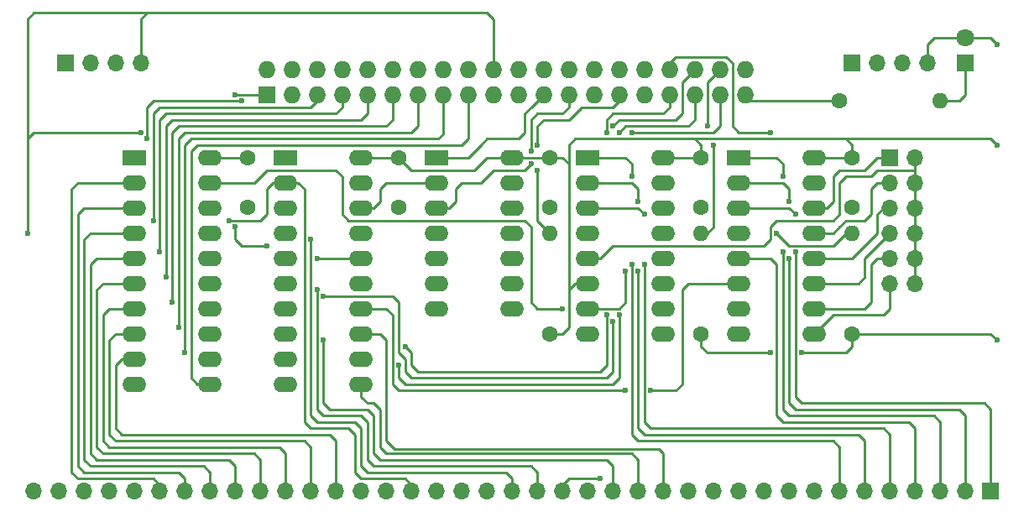
<source format=gtl>
G04 #@! TF.FileFunction,Copper,L1,Top,Signal*
%FSLAX46Y46*%
G04 Gerber Fmt 4.6, Leading zero omitted, Abs format (unit mm)*
G04 Created by KiCad (PCBNEW 4.0.7) date 01/25/20 16:01:31*
%MOMM*%
%LPD*%
G01*
G04 APERTURE LIST*
%ADD10C,0.100000*%
%ADD11R,1.700000X1.700000*%
%ADD12O,1.700000X1.700000*%
%ADD13C,1.600000*%
%ADD14O,1.600000X1.600000*%
%ADD15R,2.400000X1.600000*%
%ADD16O,2.400000X1.600000*%
%ADD17R,1.727200X1.727200*%
%ADD18O,1.727200X1.727200*%
%ADD19R,1.800000X1.800000*%
%ADD20C,1.800000*%
%ADD21C,0.600000*%
%ADD22C,0.250000*%
G04 APERTURE END LIST*
D10*
D11*
X193040000Y-147320000D03*
D12*
X190500000Y-147320000D03*
X187960000Y-147320000D03*
X185420000Y-147320000D03*
X182880000Y-147320000D03*
X180340000Y-147320000D03*
X177800000Y-147320000D03*
X175260000Y-147320000D03*
X172720000Y-147320000D03*
X170180000Y-147320000D03*
X167640000Y-147320000D03*
X165100000Y-147320000D03*
X162560000Y-147320000D03*
X160020000Y-147320000D03*
X157480000Y-147320000D03*
X154940000Y-147320000D03*
X152400000Y-147320000D03*
X149860000Y-147320000D03*
X147320000Y-147320000D03*
X144780000Y-147320000D03*
X142240000Y-147320000D03*
X139700000Y-147320000D03*
X137160000Y-147320000D03*
X134620000Y-147320000D03*
X132080000Y-147320000D03*
X129540000Y-147320000D03*
X127000000Y-147320000D03*
X124460000Y-147320000D03*
X121920000Y-147320000D03*
X119380000Y-147320000D03*
X116840000Y-147320000D03*
X114300000Y-147320000D03*
X111760000Y-147320000D03*
X109220000Y-147320000D03*
X106680000Y-147320000D03*
X104140000Y-147320000D03*
X101600000Y-147320000D03*
X99060000Y-147320000D03*
X96520000Y-147320000D03*
D11*
X182880000Y-113665000D03*
D12*
X185420000Y-113665000D03*
X182880000Y-116205000D03*
X185420000Y-116205000D03*
X182880000Y-118745000D03*
X185420000Y-118745000D03*
X182880000Y-121285000D03*
X185420000Y-121285000D03*
X182880000Y-123825000D03*
X185420000Y-123825000D03*
X182880000Y-126365000D03*
X185420000Y-126365000D03*
D13*
X148590000Y-113665000D03*
X148590000Y-118665000D03*
X179070000Y-113665000D03*
X179070000Y-118665000D03*
X118110000Y-113665000D03*
X118110000Y-118665000D03*
X148590000Y-131445000D03*
D14*
X148590000Y-121285000D03*
D13*
X179070000Y-131445000D03*
D14*
X179070000Y-121285000D03*
D13*
X163830000Y-131445000D03*
D14*
X163830000Y-121285000D03*
D13*
X177800000Y-107950000D03*
D14*
X187960000Y-107950000D03*
D15*
X137160000Y-113665000D03*
D16*
X144780000Y-128905000D03*
X137160000Y-116205000D03*
X144780000Y-126365000D03*
X137160000Y-118745000D03*
X144780000Y-123825000D03*
X137160000Y-121285000D03*
X144780000Y-121285000D03*
X137160000Y-123825000D03*
X144780000Y-118745000D03*
X137160000Y-126365000D03*
X144780000Y-116205000D03*
X137160000Y-128905000D03*
X144780000Y-113665000D03*
D17*
X120015000Y-107315000D03*
D18*
X120015000Y-104775000D03*
X122555000Y-107315000D03*
X122555000Y-104775000D03*
X125095000Y-107315000D03*
X125095000Y-104775000D03*
X127635000Y-107315000D03*
X127635000Y-104775000D03*
X130175000Y-107315000D03*
X130175000Y-104775000D03*
X132715000Y-107315000D03*
X132715000Y-104775000D03*
X135255000Y-107315000D03*
X135255000Y-104775000D03*
X137795000Y-107315000D03*
X137795000Y-104775000D03*
X140335000Y-107315000D03*
X140335000Y-104775000D03*
X142875000Y-107315000D03*
X142875000Y-104775000D03*
X145415000Y-107315000D03*
X145415000Y-104775000D03*
X147955000Y-107315000D03*
X147955000Y-104775000D03*
X150495000Y-107315000D03*
X150495000Y-104775000D03*
X153035000Y-107315000D03*
X153035000Y-104775000D03*
X155575000Y-107315000D03*
X155575000Y-104775000D03*
X158115000Y-107315000D03*
X158115000Y-104775000D03*
X160655000Y-107315000D03*
X160655000Y-104775000D03*
X163195000Y-107315000D03*
X163195000Y-104775000D03*
X165735000Y-107315000D03*
X165735000Y-104775000D03*
X168275000Y-107315000D03*
X168275000Y-104775000D03*
D11*
X99695000Y-104140000D03*
D12*
X102235000Y-104140000D03*
X104775000Y-104140000D03*
X107315000Y-104140000D03*
D11*
X179070000Y-104140000D03*
D12*
X181610000Y-104140000D03*
X184150000Y-104140000D03*
X186690000Y-104140000D03*
D19*
X190500000Y-104140000D03*
D20*
X190500000Y-101600000D03*
D13*
X163830000Y-113665000D03*
X163830000Y-118665000D03*
X133350000Y-113665000D03*
X133350000Y-118665000D03*
D15*
X106680000Y-113665000D03*
D16*
X114300000Y-136525000D03*
X106680000Y-116205000D03*
X114300000Y-133985000D03*
X106680000Y-118745000D03*
X114300000Y-131445000D03*
X106680000Y-121285000D03*
X114300000Y-128905000D03*
X106680000Y-123825000D03*
X114300000Y-126365000D03*
X106680000Y-126365000D03*
X114300000Y-123825000D03*
X106680000Y-128905000D03*
X114300000Y-121285000D03*
X106680000Y-131445000D03*
X114300000Y-118745000D03*
X106680000Y-133985000D03*
X114300000Y-116205000D03*
X106680000Y-136525000D03*
X114300000Y-113665000D03*
D15*
X121920000Y-113665000D03*
D16*
X129540000Y-136525000D03*
X121920000Y-116205000D03*
X129540000Y-133985000D03*
X121920000Y-118745000D03*
X129540000Y-131445000D03*
X121920000Y-121285000D03*
X129540000Y-128905000D03*
X121920000Y-123825000D03*
X129540000Y-126365000D03*
X121920000Y-126365000D03*
X129540000Y-123825000D03*
X121920000Y-128905000D03*
X129540000Y-121285000D03*
X121920000Y-131445000D03*
X129540000Y-118745000D03*
X121920000Y-133985000D03*
X129540000Y-116205000D03*
X121920000Y-136525000D03*
X129540000Y-113665000D03*
D15*
X167640000Y-113665000D03*
D16*
X175260000Y-131445000D03*
X167640000Y-116205000D03*
X175260000Y-128905000D03*
X167640000Y-118745000D03*
X175260000Y-126365000D03*
X167640000Y-121285000D03*
X175260000Y-123825000D03*
X167640000Y-123825000D03*
X175260000Y-121285000D03*
X167640000Y-126365000D03*
X175260000Y-118745000D03*
X167640000Y-128905000D03*
X175260000Y-116205000D03*
X167640000Y-131445000D03*
X175260000Y-113665000D03*
D15*
X152400000Y-113665000D03*
D16*
X160020000Y-131445000D03*
X152400000Y-116205000D03*
X160020000Y-128905000D03*
X152400000Y-118745000D03*
X160020000Y-126365000D03*
X152400000Y-121285000D03*
X160020000Y-123825000D03*
X152400000Y-123825000D03*
X160020000Y-121285000D03*
X152400000Y-126365000D03*
X160020000Y-118745000D03*
X152400000Y-128905000D03*
X160020000Y-116205000D03*
X152400000Y-131445000D03*
X160020000Y-113665000D03*
D21*
X173990000Y-133350000D03*
X170815000Y-133350000D03*
X193675000Y-132080000D03*
X107315000Y-111125000D03*
X193675000Y-112395000D03*
X153670000Y-146050000D03*
X193675000Y-102235000D03*
X95885000Y-121285000D03*
X173355000Y-119380000D03*
X173355000Y-123190000D03*
X172720000Y-118110000D03*
X172720000Y-123825000D03*
X172085000Y-115570000D03*
X172085000Y-123190000D03*
X158115000Y-124460000D03*
X158115000Y-119380000D03*
X157480000Y-118110000D03*
X157480000Y-125095000D03*
X156845000Y-115570000D03*
X156845000Y-124460000D03*
X154305000Y-129540000D03*
X154305000Y-111125000D03*
X133985000Y-132715000D03*
X155575000Y-111125000D03*
X155575000Y-129540000D03*
X133350000Y-134620000D03*
X156210000Y-137160000D03*
X158750000Y-137160000D03*
X111760000Y-133350000D03*
X111125000Y-130810000D03*
X110490000Y-128270000D03*
X109855000Y-125730000D03*
X109220000Y-123190000D03*
X108585000Y-120015000D03*
X117475000Y-107950000D03*
X107950000Y-111760000D03*
X125095000Y-123825000D03*
X116840000Y-107315000D03*
X116840000Y-120650000D03*
X120015000Y-122555000D03*
X147320000Y-112395000D03*
X147320000Y-114935000D03*
X154940000Y-110490000D03*
X154940000Y-130175000D03*
X125730000Y-127635000D03*
X146685000Y-114300000D03*
X146685000Y-113030000D03*
X170815000Y-111125000D03*
X171450000Y-121285000D03*
X149860000Y-128905000D03*
X156845000Y-111125000D03*
X156210000Y-125095000D03*
X165100000Y-112395000D03*
X164465000Y-110490000D03*
X125730000Y-132080000D03*
X125095000Y-127000000D03*
X124460000Y-121920000D03*
X116205000Y-120015000D03*
D22*
X163830000Y-131445000D02*
X163830000Y-132715000D01*
X179070000Y-132715000D02*
X179070000Y-131445000D01*
X178435000Y-133350000D02*
X179070000Y-132715000D01*
X173990000Y-133350000D02*
X178435000Y-133350000D01*
X164465000Y-133350000D02*
X170815000Y-133350000D01*
X163830000Y-132715000D02*
X164465000Y-133350000D01*
X179070000Y-131445000D02*
X193040000Y-131445000D01*
X193040000Y-131445000D02*
X193675000Y-132080000D01*
X142875000Y-101600000D02*
X142875000Y-99695000D01*
X142875000Y-99695000D02*
X142240000Y-99060000D01*
X144780000Y-113665000D02*
X142240000Y-113665000D01*
X142240000Y-113665000D02*
X140970000Y-114935000D01*
X96520000Y-111125000D02*
X95885000Y-111760000D01*
X107315000Y-111125000D02*
X96520000Y-111125000D01*
X144780000Y-113665000D02*
X144145000Y-113665000D01*
X134620000Y-114935000D02*
X133350000Y-113665000D01*
X140970000Y-114935000D02*
X134620000Y-114935000D01*
X185420000Y-111760000D02*
X193040000Y-111760000D01*
X193040000Y-111760000D02*
X193675000Y-112395000D01*
X150495000Y-127000000D02*
X150495000Y-130810000D01*
X149860000Y-131445000D02*
X148590000Y-131445000D01*
X150495000Y-130810000D02*
X149860000Y-131445000D01*
X149860000Y-147320000D02*
X149860000Y-146685000D01*
X149860000Y-146685000D02*
X150495000Y-146050000D01*
X150495000Y-146050000D02*
X153670000Y-146050000D01*
X193040000Y-101600000D02*
X190500000Y-101600000D01*
X193675000Y-102235000D02*
X193040000Y-101600000D01*
X107950000Y-99060000D02*
X96520000Y-99060000D01*
X95885000Y-99695000D02*
X95885000Y-107315000D01*
X96520000Y-99060000D02*
X95885000Y-99695000D01*
X95885000Y-107315000D02*
X95885000Y-111760000D01*
X95885000Y-111760000D02*
X95885000Y-121285000D01*
X129540000Y-113665000D02*
X133350000Y-113665000D01*
X114300000Y-113665000D02*
X118110000Y-113665000D01*
X142875000Y-101600000D02*
X142875000Y-104775000D01*
X107950000Y-99060000D02*
X107315000Y-99695000D01*
X142240000Y-99060000D02*
X107950000Y-99060000D01*
X107315000Y-104140000D02*
X107315000Y-99695000D01*
X149860000Y-146685000D02*
X149860000Y-147320000D01*
X178435000Y-111760000D02*
X185420000Y-111760000D01*
X186690000Y-104140000D02*
X186690000Y-102235000D01*
X186690000Y-102235000D02*
X187325000Y-101600000D01*
X187325000Y-101600000D02*
X190500000Y-101600000D01*
X148590000Y-113665000D02*
X144780000Y-113665000D01*
X148590000Y-113665000D02*
X149860000Y-113665000D01*
X149860000Y-113665000D02*
X150495000Y-114300000D01*
X150495000Y-127000000D02*
X150495000Y-114300000D01*
X150495000Y-114300000D02*
X150495000Y-112395000D01*
X151130000Y-111760000D02*
X163195000Y-111760000D01*
X150495000Y-112395000D02*
X151130000Y-111760000D01*
X150495000Y-127000000D02*
X151130000Y-126365000D01*
X148590000Y-113665000D02*
X149225000Y-113665000D01*
X163830000Y-112395000D02*
X163195000Y-111760000D01*
X163830000Y-113665000D02*
X163830000Y-112395000D01*
X178435000Y-111760000D02*
X179070000Y-112395000D01*
X179070000Y-113665000D02*
X179070000Y-112395000D01*
X163830000Y-111760000D02*
X164465000Y-111760000D01*
X164465000Y-111760000D02*
X178435000Y-111760000D01*
X163195000Y-111760000D02*
X163830000Y-111760000D01*
X151130000Y-126365000D02*
X152400000Y-126365000D01*
X175260000Y-113665000D02*
X179070000Y-113665000D01*
X160020000Y-113665000D02*
X163830000Y-113665000D01*
X174625000Y-138430000D02*
X173990000Y-138430000D01*
X173355000Y-119380000D02*
X172720000Y-118745000D01*
X167640000Y-118745000D02*
X172720000Y-118745000D01*
X173355000Y-137795000D02*
X173355000Y-123190000D01*
X173990000Y-138430000D02*
X173355000Y-137795000D01*
X193040000Y-139700000D02*
X193040000Y-139065000D01*
X192405000Y-138430000D02*
X174625000Y-138430000D01*
X193040000Y-139065000D02*
X192405000Y-138430000D01*
X193040000Y-139700000D02*
X193040000Y-147320000D01*
X172085000Y-116205000D02*
X172720000Y-116840000D01*
X167640000Y-116205000D02*
X172085000Y-116205000D01*
X172720000Y-116840000D02*
X172720000Y-118110000D01*
X190500000Y-139700000D02*
X190500000Y-140335000D01*
X189865000Y-139065000D02*
X190500000Y-139700000D01*
X173990000Y-139065000D02*
X189865000Y-139065000D01*
X190500000Y-140335000D02*
X190500000Y-147320000D01*
X173990000Y-139065000D02*
X173355000Y-139065000D01*
X172720000Y-138430000D02*
X173355000Y-139065000D01*
X172720000Y-123825000D02*
X172720000Y-138430000D01*
X172085000Y-114300000D02*
X171450000Y-113665000D01*
X172085000Y-115570000D02*
X172085000Y-114300000D01*
X187960000Y-140970000D02*
X187960000Y-140335000D01*
X187325000Y-139700000D02*
X173355000Y-139700000D01*
X187960000Y-140335000D02*
X187325000Y-139700000D01*
X167640000Y-113665000D02*
X171450000Y-113665000D01*
X187960000Y-140970000D02*
X187960000Y-147320000D01*
X173355000Y-139700000D02*
X172720000Y-139700000D01*
X172720000Y-139700000D02*
X172085000Y-139065000D01*
X172085000Y-139065000D02*
X172085000Y-123190000D01*
X170815000Y-123825000D02*
X171450000Y-124460000D01*
X172085000Y-140335000D02*
X172720000Y-140335000D01*
X171450000Y-139700000D02*
X172085000Y-140335000D01*
X171450000Y-124460000D02*
X171450000Y-139700000D01*
X185420000Y-147320000D02*
X185420000Y-141605000D01*
X172720000Y-140335000D02*
X184785000Y-140335000D01*
X184785000Y-140335000D02*
X185420000Y-140970000D01*
X185420000Y-140970000D02*
X185420000Y-141605000D01*
X170815000Y-123825000D02*
X167640000Y-123825000D01*
X157480000Y-118745000D02*
X158115000Y-119380000D01*
X152400000Y-118745000D02*
X157480000Y-118745000D01*
X158115000Y-140335000D02*
X158115000Y-124460000D01*
X182880000Y-142240000D02*
X182880000Y-147320000D01*
X182880000Y-141605000D02*
X182245000Y-140970000D01*
X182245000Y-140970000D02*
X158750000Y-140970000D01*
X158750000Y-140970000D02*
X158115000Y-140335000D01*
X182880000Y-142240000D02*
X182880000Y-141605000D01*
X157480000Y-140970000D02*
X158115000Y-141605000D01*
X180340000Y-142240000D02*
X180340000Y-147320000D01*
X179705000Y-141605000D02*
X180340000Y-142240000D01*
X158115000Y-141605000D02*
X179705000Y-141605000D01*
X157480000Y-125095000D02*
X157480000Y-140970000D01*
X152400000Y-116205000D02*
X156845000Y-116205000D01*
X157480000Y-116840000D02*
X157480000Y-118110000D01*
X156845000Y-116205000D02*
X157480000Y-116840000D01*
X156845000Y-124460000D02*
X156845000Y-141605000D01*
X152400000Y-113665000D02*
X156210000Y-113665000D01*
X156845000Y-114300000D02*
X156845000Y-115570000D01*
X156210000Y-113665000D02*
X156845000Y-114300000D01*
X177800000Y-142875000D02*
X177800000Y-147320000D01*
X177165000Y-142240000D02*
X177800000Y-142875000D01*
X157480000Y-142240000D02*
X177165000Y-142240000D01*
X156845000Y-141605000D02*
X157480000Y-142240000D01*
X134620000Y-133985000D02*
X134620000Y-133350000D01*
X154305000Y-134620000D02*
X153670000Y-135255000D01*
X153670000Y-135255000D02*
X135255000Y-135255000D01*
X135255000Y-135255000D02*
X134620000Y-134620000D01*
X134620000Y-134620000D02*
X134620000Y-133985000D01*
X154305000Y-109855000D02*
X154305000Y-111125000D01*
X160655000Y-108585000D02*
X160020000Y-109220000D01*
X160020000Y-109220000D02*
X154940000Y-109220000D01*
X154940000Y-109220000D02*
X154305000Y-109855000D01*
X160655000Y-107315000D02*
X160655000Y-108585000D01*
X154305000Y-129540000D02*
X154305000Y-134620000D01*
X134620000Y-133350000D02*
X133985000Y-132715000D01*
X155575000Y-129540000D02*
X155575000Y-135890000D01*
X163195000Y-109855000D02*
X162560000Y-110490000D01*
X162560000Y-110490000D02*
X156210000Y-110490000D01*
X156210000Y-110490000D02*
X155575000Y-111125000D01*
X163195000Y-107315000D02*
X163195000Y-109855000D01*
X133350000Y-135890000D02*
X133350000Y-134620000D01*
X133985000Y-136525000D02*
X133350000Y-135890000D01*
X154940000Y-136525000D02*
X133985000Y-136525000D01*
X155575000Y-135890000D02*
X154940000Y-136525000D01*
X167640000Y-126365000D02*
X162560000Y-126365000D01*
X132080000Y-128905000D02*
X129540000Y-128905000D01*
X132715000Y-129540000D02*
X132080000Y-128905000D01*
X132715000Y-136525000D02*
X132715000Y-129540000D01*
X133350000Y-137160000D02*
X132715000Y-136525000D01*
X156210000Y-137160000D02*
X133350000Y-137160000D01*
X161290000Y-137160000D02*
X158750000Y-137160000D01*
X161925000Y-136525000D02*
X161290000Y-137160000D01*
X161925000Y-127000000D02*
X161925000Y-136525000D01*
X162560000Y-126365000D02*
X161925000Y-127000000D01*
X140335000Y-111125000D02*
X140335000Y-111760000D01*
X113030000Y-112395000D02*
X112395000Y-113030000D01*
X139700000Y-112395000D02*
X113030000Y-112395000D01*
X140335000Y-111760000D02*
X139700000Y-112395000D01*
X113030000Y-136525000D02*
X112395000Y-135890000D01*
X114300000Y-136525000D02*
X113030000Y-136525000D01*
X112395000Y-135890000D02*
X112395000Y-113030000D01*
X140335000Y-111125000D02*
X140335000Y-107315000D01*
X137795000Y-107315000D02*
X137795000Y-111309998D01*
X111760000Y-112395000D02*
X111760000Y-133350000D01*
X112395000Y-111760000D02*
X111760000Y-112395000D01*
X137344998Y-111760000D02*
X112395000Y-111760000D01*
X137795000Y-111309998D02*
X137344998Y-111760000D01*
X135255000Y-110490000D02*
X135255000Y-107315000D01*
X134620000Y-111125000D02*
X135255000Y-110490000D01*
X111760000Y-111125000D02*
X134620000Y-111125000D01*
X111125000Y-111760000D02*
X111760000Y-111125000D01*
X111125000Y-112395000D02*
X111125000Y-111760000D01*
X111125000Y-130810000D02*
X111125000Y-112395000D01*
X132715000Y-107315000D02*
X132715000Y-109855000D01*
X110490000Y-111125000D02*
X110490000Y-128270000D01*
X111125000Y-110490000D02*
X110490000Y-111125000D01*
X132080000Y-110490000D02*
X111125000Y-110490000D01*
X132715000Y-109855000D02*
X132080000Y-110490000D01*
X130175000Y-109220000D02*
X130175000Y-107315000D01*
X129540000Y-109855000D02*
X130175000Y-109220000D01*
X110490000Y-109855000D02*
X129540000Y-109855000D01*
X109855000Y-110490000D02*
X110490000Y-109855000D01*
X109855000Y-111125000D02*
X109855000Y-110490000D01*
X109855000Y-125730000D02*
X109855000Y-111125000D01*
X110490000Y-109220000D02*
X109855000Y-109220000D01*
X127635000Y-108585000D02*
X127000000Y-109220000D01*
X127000000Y-109220000D02*
X110490000Y-109220000D01*
X127635000Y-107315000D02*
X127635000Y-108585000D01*
X109220000Y-109855000D02*
X109220000Y-123190000D01*
X109855000Y-109220000D02*
X109220000Y-109855000D01*
X124460000Y-108585000D02*
X113030000Y-108585000D01*
X124460000Y-108585000D02*
X125095000Y-107950000D01*
X109220000Y-108585000D02*
X113030000Y-108585000D01*
X108585000Y-109220000D02*
X109220000Y-108585000D01*
X108585000Y-120015000D02*
X108585000Y-109220000D01*
X125095000Y-107315000D02*
X125095000Y-107950000D01*
X116840000Y-107950000D02*
X117475000Y-107950000D01*
X107950000Y-111760000D02*
X107950000Y-111125000D01*
X111125000Y-107950000D02*
X108585000Y-107950000D01*
X116840000Y-107950000D02*
X111125000Y-107950000D01*
X107950000Y-108585000D02*
X107950000Y-111125000D01*
X108585000Y-107950000D02*
X107950000Y-108585000D01*
X154305000Y-123190000D02*
X154940000Y-122555000D01*
X170815000Y-120650000D02*
X171450000Y-120015000D01*
X170815000Y-121920000D02*
X170815000Y-120650000D01*
X170180000Y-122555000D02*
X170815000Y-121920000D01*
X154940000Y-122555000D02*
X170180000Y-122555000D01*
X176530000Y-120015000D02*
X177165000Y-120015000D01*
X177165000Y-120015000D02*
X177800000Y-119380000D01*
X177800000Y-119380000D02*
X177800000Y-116205000D01*
X177800000Y-116205000D02*
X178435000Y-115570000D01*
X178435000Y-115570000D02*
X180975000Y-115570000D01*
X180975000Y-115570000D02*
X181610000Y-114935000D01*
X181610000Y-114935000D02*
X185420000Y-114935000D01*
X176530000Y-120015000D02*
X171450000Y-120015000D01*
X153670000Y-123825000D02*
X154305000Y-123190000D01*
X152400000Y-123825000D02*
X153670000Y-123825000D01*
X185420000Y-123825000D02*
X185420000Y-126365000D01*
X185420000Y-121285000D02*
X185420000Y-123825000D01*
X185420000Y-118745000D02*
X185420000Y-120015000D01*
X185420000Y-120015000D02*
X185420000Y-121285000D01*
X185420000Y-116205000D02*
X185420000Y-117475000D01*
X185420000Y-117475000D02*
X185420000Y-118745000D01*
X185420000Y-113665000D02*
X185420000Y-114935000D01*
X185420000Y-114935000D02*
X185420000Y-116205000D01*
X129540000Y-123825000D02*
X125095000Y-123825000D01*
X120015000Y-107315000D02*
X116840000Y-107315000D01*
X116840000Y-120650000D02*
X116840000Y-121920000D01*
X116840000Y-121920000D02*
X117475000Y-122555000D01*
X117475000Y-122555000D02*
X120015000Y-122555000D01*
X128905000Y-123825000D02*
X129540000Y-123825000D01*
X155575000Y-107315000D02*
X155575000Y-107950000D01*
X155575000Y-107950000D02*
X154940000Y-108585000D01*
X154940000Y-108585000D02*
X151765000Y-108585000D01*
X151765000Y-108585000D02*
X150495000Y-109855000D01*
X150495000Y-109855000D02*
X147955000Y-109855000D01*
X147955000Y-109855000D02*
X147320000Y-110490000D01*
X147320000Y-110490000D02*
X147320000Y-112395000D01*
X147320000Y-114935000D02*
X147320000Y-120015000D01*
X147320000Y-120015000D02*
X148590000Y-121285000D01*
X133985000Y-133985000D02*
X133350000Y-133350000D01*
X133350000Y-128270000D02*
X132715000Y-127635000D01*
X133350000Y-133350000D02*
X133350000Y-128270000D01*
X154940000Y-130175000D02*
X154940000Y-135255000D01*
X161925000Y-106045000D02*
X161925000Y-109220000D01*
X161925000Y-109220000D02*
X161290000Y-109855000D01*
X161290000Y-109855000D02*
X155575000Y-109855000D01*
X155575000Y-109855000D02*
X154940000Y-110490000D01*
X163195000Y-104775000D02*
X161925000Y-106045000D01*
X132715000Y-127635000D02*
X125730000Y-127635000D01*
X133985000Y-135255000D02*
X133985000Y-133985000D01*
X134620000Y-135890000D02*
X133985000Y-135255000D01*
X154305000Y-135890000D02*
X134620000Y-135890000D01*
X154940000Y-135255000D02*
X154305000Y-135890000D01*
X141605000Y-112395000D02*
X140335000Y-113665000D01*
X141605000Y-112395000D02*
X142240000Y-111760000D01*
X146685000Y-108585000D02*
X147955000Y-107315000D01*
X146050000Y-109220000D02*
X146685000Y-108585000D01*
X146050000Y-111125000D02*
X146050000Y-109220000D01*
X145415000Y-111760000D02*
X146050000Y-111125000D01*
X142240000Y-111760000D02*
X145415000Y-111760000D01*
X129540000Y-118745000D02*
X130810000Y-118745000D01*
X132080000Y-116205000D02*
X137160000Y-116205000D01*
X131445000Y-116840000D02*
X132080000Y-116205000D01*
X131445000Y-118110000D02*
X131445000Y-116840000D01*
X130810000Y-118745000D02*
X131445000Y-118110000D01*
X140335000Y-113665000D02*
X137160000Y-113665000D01*
X147955000Y-106680000D02*
X147955000Y-107315000D01*
X143510000Y-114935000D02*
X142875000Y-114935000D01*
X139700000Y-116205000D02*
X139065000Y-116840000D01*
X141605000Y-116205000D02*
X139700000Y-116205000D01*
X142875000Y-114935000D02*
X141605000Y-116205000D01*
X146050000Y-114935000D02*
X143510000Y-114935000D01*
X146050000Y-114935000D02*
X146685000Y-114300000D01*
X146685000Y-109855000D02*
X147320000Y-109220000D01*
X150495000Y-108585000D02*
X149860000Y-109220000D01*
X149860000Y-109220000D02*
X147320000Y-109220000D01*
X150495000Y-107315000D02*
X150495000Y-108585000D01*
X146685000Y-113030000D02*
X146685000Y-109855000D01*
X139065000Y-118110000D02*
X139065000Y-116840000D01*
X137160000Y-118745000D02*
X138430000Y-118745000D01*
X138430000Y-118745000D02*
X139065000Y-118110000D01*
X167005000Y-107950000D02*
X167005000Y-110490000D01*
X167640000Y-111125000D02*
X170815000Y-111125000D01*
X167005000Y-110490000D02*
X167640000Y-111125000D01*
X163830000Y-103505000D02*
X166370000Y-103505000D01*
X167005000Y-104140000D02*
X167005000Y-106680000D01*
X166370000Y-103505000D02*
X167005000Y-104140000D01*
X172720000Y-122555000D02*
X171450000Y-121285000D01*
X177165000Y-122555000D02*
X172720000Y-122555000D01*
X178435000Y-121285000D02*
X177165000Y-122555000D01*
X167005000Y-107950000D02*
X167005000Y-106680000D01*
X163830000Y-103505000D02*
X161290000Y-103505000D01*
X161290000Y-103505000D02*
X160655000Y-104140000D01*
X160655000Y-104140000D02*
X160655000Y-104775000D01*
X179070000Y-121285000D02*
X178435000Y-121285000D01*
X146050000Y-120015000D02*
X146685000Y-120650000D01*
X147320000Y-128905000D02*
X149860000Y-128905000D01*
X146685000Y-128270000D02*
X147320000Y-128905000D01*
X146685000Y-120650000D02*
X146685000Y-128270000D01*
X114300000Y-116205000D02*
X118745000Y-116205000D01*
X128270000Y-120015000D02*
X146050000Y-120015000D01*
X127635000Y-119380000D02*
X128270000Y-120015000D01*
X127635000Y-115570000D02*
X127635000Y-119380000D01*
X127000000Y-114935000D02*
X127635000Y-115570000D01*
X120015000Y-114935000D02*
X127000000Y-114935000D01*
X118745000Y-116205000D02*
X120015000Y-114935000D01*
X165735000Y-110490000D02*
X165735000Y-109855000D01*
X165100000Y-111125000D02*
X165735000Y-110490000D01*
X156845000Y-111125000D02*
X165100000Y-111125000D01*
X152400000Y-128905000D02*
X155575000Y-128905000D01*
X165735000Y-109855000D02*
X165735000Y-107315000D01*
X156210000Y-128270000D02*
X156210000Y-125095000D01*
X155575000Y-128905000D02*
X156210000Y-128270000D01*
X163830000Y-121285000D02*
X164465000Y-121285000D01*
X164465000Y-121285000D02*
X165100000Y-120650000D01*
X164465000Y-107950000D02*
X164465000Y-106045000D01*
X165100000Y-120650000D02*
X165100000Y-112395000D01*
X164465000Y-110490000D02*
X164465000Y-107950000D01*
X164465000Y-106045000D02*
X165735000Y-104775000D01*
X168275000Y-107315000D02*
X168910000Y-107950000D01*
X168910000Y-107950000D02*
X177800000Y-107950000D01*
X187960000Y-107950000D02*
X189865000Y-107950000D01*
X190500000Y-107315000D02*
X190500000Y-104140000D01*
X189865000Y-107950000D02*
X190500000Y-107315000D01*
X177165000Y-116205000D02*
X177165000Y-115570000D01*
X177800000Y-114935000D02*
X180340000Y-114935000D01*
X177165000Y-115570000D02*
X177800000Y-114935000D01*
X177165000Y-116205000D02*
X177165000Y-118110000D01*
X180340000Y-114935000D02*
X180975000Y-114300000D01*
X175260000Y-118745000D02*
X176530000Y-118745000D01*
X181610000Y-113665000D02*
X182880000Y-113665000D01*
X180975000Y-114300000D02*
X181610000Y-113665000D01*
X176530000Y-118745000D02*
X177165000Y-118110000D01*
X177800000Y-120650000D02*
X178435000Y-120015000D01*
X180975000Y-116840000D02*
X181610000Y-116205000D01*
X180975000Y-119380000D02*
X180975000Y-116840000D01*
X180340000Y-120015000D02*
X180975000Y-119380000D01*
X178435000Y-120015000D02*
X180340000Y-120015000D01*
X177165000Y-121285000D02*
X176530000Y-121285000D01*
X177800000Y-120650000D02*
X177165000Y-121285000D01*
X175260000Y-121285000D02*
X176530000Y-121285000D01*
X181610000Y-116205000D02*
X182245000Y-116205000D01*
X182245000Y-116205000D02*
X182880000Y-116205000D01*
X178435000Y-123825000D02*
X179070000Y-123825000D01*
X181610000Y-121285000D02*
X181610000Y-120650000D01*
X179070000Y-123825000D02*
X181610000Y-121285000D01*
X181610000Y-120015000D02*
X181610000Y-120650000D01*
X181610000Y-120015000D02*
X181610000Y-119380000D01*
X181610000Y-119380000D02*
X182245000Y-118745000D01*
X175260000Y-123825000D02*
X178435000Y-123825000D01*
X182245000Y-118745000D02*
X182880000Y-118745000D01*
X180340000Y-123825000D02*
X180340000Y-125730000D01*
X179705000Y-126365000D02*
X177800000Y-126365000D01*
X180340000Y-125730000D02*
X179705000Y-126365000D01*
X177165000Y-126365000D02*
X177800000Y-126365000D01*
X175260000Y-126365000D02*
X177165000Y-126365000D01*
X180340000Y-123825000D02*
X182880000Y-121285000D01*
X180975000Y-124460000D02*
X180975000Y-128270000D01*
X180340000Y-128905000D02*
X176530000Y-128905000D01*
X180975000Y-128270000D02*
X180340000Y-128905000D01*
X175260000Y-128905000D02*
X176530000Y-128905000D01*
X180975000Y-124460000D02*
X181610000Y-123825000D01*
X175260000Y-128905000D02*
X175895000Y-128905000D01*
X181610000Y-123825000D02*
X182880000Y-123825000D01*
X177165000Y-129540000D02*
X182245000Y-129540000D01*
X182880000Y-128905000D02*
X182880000Y-126365000D01*
X182245000Y-129540000D02*
X182880000Y-128905000D01*
X177165000Y-129540000D02*
X175260000Y-131445000D01*
X149225000Y-143059998D02*
X132899998Y-143059998D01*
X160020000Y-143510000D02*
X159569998Y-143059998D01*
X159569998Y-143059998D02*
X149225000Y-143059998D01*
X160020000Y-147320000D02*
X160020000Y-143510000D01*
X131445000Y-131445000D02*
X129540000Y-131445000D01*
X132080000Y-132080000D02*
X131445000Y-131445000D01*
X132080000Y-142240000D02*
X132080000Y-132080000D01*
X132899998Y-143059998D02*
X132080000Y-142240000D01*
X129540000Y-136525000D02*
X129540000Y-137795000D01*
X130810000Y-138430000D02*
X131445000Y-139065000D01*
X130175000Y-138430000D02*
X130810000Y-138430000D01*
X129540000Y-137795000D02*
X130175000Y-138430000D01*
X148590000Y-143510000D02*
X132080000Y-143510000D01*
X157480000Y-144145000D02*
X156845000Y-143510000D01*
X156845000Y-143510000D02*
X148590000Y-143510000D01*
X157480000Y-147320000D02*
X157480000Y-144145000D01*
X131445000Y-142875000D02*
X131445000Y-139065000D01*
X132080000Y-143510000D02*
X131445000Y-142875000D01*
X128905000Y-139065000D02*
X130175000Y-139065000D01*
X130810000Y-143510000D02*
X131445000Y-144145000D01*
X130810000Y-139700000D02*
X130810000Y-143510000D01*
X130175000Y-139065000D02*
X130810000Y-139700000D01*
X125730000Y-135255000D02*
X125730000Y-138430000D01*
X125730000Y-132080000D02*
X125730000Y-135255000D01*
X154940000Y-144780000D02*
X154940000Y-147320000D01*
X154305000Y-144145000D02*
X154940000Y-144780000D01*
X131445000Y-144145000D02*
X154305000Y-144145000D01*
X126365000Y-139065000D02*
X128905000Y-139065000D01*
X125730000Y-138430000D02*
X126365000Y-139065000D01*
X130810000Y-144780000D02*
X130175000Y-144145000D01*
X129540000Y-139700000D02*
X128270000Y-139700000D01*
X130175000Y-140335000D02*
X129540000Y-139700000D01*
X130175000Y-144145000D02*
X130175000Y-140335000D01*
X125095000Y-135255000D02*
X125095000Y-139065000D01*
X125095000Y-127000000D02*
X125095000Y-131445000D01*
X125095000Y-135255000D02*
X125095000Y-131445000D01*
X147320000Y-145415000D02*
X147320000Y-147320000D01*
X146685000Y-144780000D02*
X147320000Y-145415000D01*
X130810000Y-144780000D02*
X146685000Y-144780000D01*
X125730000Y-139700000D02*
X128270000Y-139700000D01*
X125095000Y-139065000D02*
X125730000Y-139700000D01*
X127635000Y-140335000D02*
X128905000Y-140335000D01*
X129540000Y-144780000D02*
X130175000Y-145415000D01*
X129540000Y-140970000D02*
X129540000Y-144780000D01*
X128905000Y-140335000D02*
X129540000Y-140970000D01*
X144780000Y-147320000D02*
X144780000Y-146050000D01*
X144145000Y-145415000D02*
X130175000Y-145415000D01*
X144780000Y-146050000D02*
X144145000Y-145415000D01*
X124460000Y-139700000D02*
X124460000Y-121920000D01*
X125095000Y-140335000D02*
X124460000Y-139700000D01*
X127635000Y-140335000D02*
X125095000Y-140335000D01*
X127000000Y-140970000D02*
X128270000Y-140970000D01*
X128905000Y-145415000D02*
X129540000Y-146050000D01*
X128905000Y-141605000D02*
X128905000Y-145415000D01*
X128270000Y-140970000D02*
X128905000Y-141605000D01*
X121920000Y-116205000D02*
X123190000Y-116205000D01*
X133985000Y-146050000D02*
X134620000Y-146685000D01*
X129540000Y-146050000D02*
X133985000Y-146050000D01*
X124460000Y-140970000D02*
X127000000Y-140970000D01*
X123825000Y-140335000D02*
X124460000Y-140970000D01*
X123825000Y-116840000D02*
X123825000Y-140335000D01*
X123190000Y-116205000D02*
X123825000Y-116840000D01*
X134620000Y-146685000D02*
X134620000Y-147320000D01*
X120650000Y-116205000D02*
X121920000Y-116205000D01*
X116205000Y-120015000D02*
X119380000Y-120015000D01*
X119380000Y-120015000D02*
X120015000Y-119380000D01*
X120015000Y-119380000D02*
X120015000Y-116840000D01*
X120015000Y-116840000D02*
X120650000Y-116205000D01*
X127000000Y-147320000D02*
X127000000Y-142240000D01*
X105410000Y-133985000D02*
X106680000Y-133985000D01*
X104775000Y-134620000D02*
X105410000Y-133985000D01*
X104775000Y-140970000D02*
X104775000Y-134620000D01*
X105410000Y-141605000D02*
X104775000Y-140970000D01*
X126365000Y-141605000D02*
X105410000Y-141605000D01*
X127000000Y-142240000D02*
X126365000Y-141605000D01*
X127000000Y-146685000D02*
X127000000Y-147320000D01*
X121285000Y-142240000D02*
X104775000Y-142240000D01*
X124460000Y-142875000D02*
X123825000Y-142240000D01*
X123825000Y-142240000D02*
X121285000Y-142240000D01*
X124460000Y-147320000D02*
X124460000Y-142875000D01*
X104775000Y-131445000D02*
X106680000Y-131445000D01*
X104140000Y-132080000D02*
X104775000Y-131445000D01*
X104140000Y-141605000D02*
X104140000Y-132080000D01*
X104775000Y-142240000D02*
X104140000Y-141605000D01*
X106680000Y-128905000D02*
X104140000Y-128905000D01*
X121920000Y-143510000D02*
X121920000Y-147320000D01*
X121285000Y-142875000D02*
X121920000Y-143510000D01*
X104140000Y-142875000D02*
X121285000Y-142875000D01*
X103505000Y-142240000D02*
X104140000Y-142875000D01*
X103505000Y-129540000D02*
X103505000Y-142240000D01*
X104140000Y-128905000D02*
X103505000Y-129540000D01*
X104775000Y-143510000D02*
X103505000Y-143510000D01*
X119380000Y-144145000D02*
X118745000Y-143510000D01*
X118745000Y-143510000D02*
X104775000Y-143510000D01*
X119380000Y-147320000D02*
X119380000Y-144145000D01*
X103505000Y-126365000D02*
X106680000Y-126365000D01*
X102870000Y-127000000D02*
X103505000Y-126365000D01*
X102870000Y-142875000D02*
X102870000Y-127000000D01*
X103505000Y-143510000D02*
X102870000Y-142875000D01*
X106680000Y-123825000D02*
X102870000Y-123825000D01*
X116840000Y-144780000D02*
X116205000Y-144145000D01*
X116205000Y-144145000D02*
X105410000Y-144145000D01*
X116840000Y-144780000D02*
X116840000Y-147320000D01*
X102870000Y-144145000D02*
X105410000Y-144145000D01*
X102235000Y-143510000D02*
X102870000Y-144145000D01*
X102235000Y-124460000D02*
X102235000Y-143510000D01*
X102870000Y-123825000D02*
X102235000Y-124460000D01*
X106045000Y-144780000D02*
X102235000Y-144780000D01*
X114300000Y-145415000D02*
X113665000Y-144780000D01*
X113665000Y-144780000D02*
X106045000Y-144780000D01*
X114300000Y-147320000D02*
X114300000Y-145415000D01*
X102235000Y-121285000D02*
X106680000Y-121285000D01*
X101600000Y-121920000D02*
X102235000Y-121285000D01*
X101600000Y-144145000D02*
X101600000Y-121920000D01*
X102235000Y-144780000D02*
X101600000Y-144145000D01*
X106680000Y-118745000D02*
X101600000Y-118745000D01*
X111760000Y-146050000D02*
X111125000Y-145415000D01*
X111125000Y-145415000D02*
X105410000Y-145415000D01*
X111760000Y-146050000D02*
X111760000Y-147320000D01*
X101600000Y-145415000D02*
X105410000Y-145415000D01*
X100965000Y-144780000D02*
X101600000Y-145415000D01*
X100965000Y-119380000D02*
X100965000Y-144780000D01*
X101600000Y-118745000D02*
X100965000Y-119380000D01*
X105410000Y-146050000D02*
X100965000Y-146050000D01*
X108585000Y-146050000D02*
X105410000Y-146050000D01*
X109220000Y-146685000D02*
X108585000Y-146050000D01*
X100965000Y-116205000D02*
X106680000Y-116205000D01*
X100330000Y-116840000D02*
X100965000Y-116205000D01*
X100330000Y-145415000D02*
X100330000Y-116840000D01*
X100965000Y-146050000D02*
X100330000Y-145415000D01*
X109220000Y-147320000D02*
X109220000Y-146685000D01*
M02*

</source>
